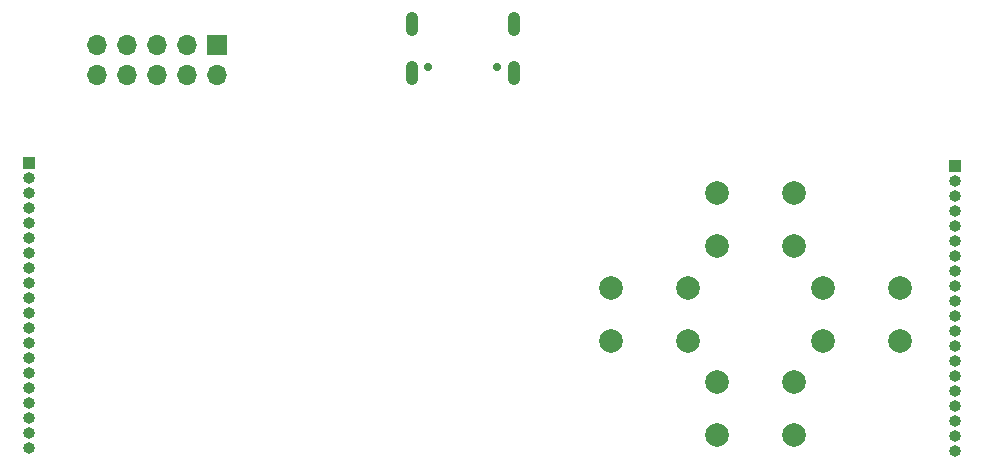
<source format=gbr>
%TF.GenerationSoftware,KiCad,Pcbnew,(6.0.7)*%
%TF.CreationDate,2022-08-26T02:15:04-07:00*%
%TF.ProjectId,mini_consolev2,6d696e69-5f63-46f6-9e73-6f6c6576322e,rev?*%
%TF.SameCoordinates,Original*%
%TF.FileFunction,Soldermask,Bot*%
%TF.FilePolarity,Negative*%
%FSLAX46Y46*%
G04 Gerber Fmt 4.6, Leading zero omitted, Abs format (unit mm)*
G04 Created by KiCad (PCBNEW (6.0.7)) date 2022-08-26 02:15:04*
%MOMM*%
%LPD*%
G01*
G04 APERTURE LIST*
%ADD10C,2.000000*%
%ADD11C,0.700000*%
%ADD12O,1.050000X2.100000*%
%ADD13R,1.700000X1.700000*%
%ADD14O,1.700000X1.700000*%
%ADD15R,1.000000X1.000000*%
%ADD16O,1.000000X1.000000*%
G04 APERTURE END LIST*
D10*
%TO.C,SW1*%
X193334000Y-77852000D03*
X186834000Y-77852000D03*
X186834000Y-82352000D03*
X193334000Y-82352000D03*
%TD*%
%TO.C,SW3*%
X193334000Y-93852000D03*
X186834000Y-93852000D03*
X193334000Y-98352000D03*
X186834000Y-98352000D03*
%TD*%
D11*
%TO.C,J4*%
X162390000Y-67166250D03*
X168170000Y-67166250D03*
D12*
X169600000Y-67696250D03*
X160960000Y-67696250D03*
X169600000Y-63516250D03*
X160960000Y-63516250D03*
%TD*%
D10*
%TO.C,SW4*%
X177834000Y-85852000D03*
X184334000Y-85852000D03*
X184334000Y-90352000D03*
X177834000Y-90352000D03*
%TD*%
D13*
%TO.C,J1*%
X144475000Y-65325000D03*
D14*
X144475000Y-67865000D03*
X141935000Y-65325000D03*
X141935000Y-67865000D03*
X139395000Y-65325000D03*
X139395000Y-67865000D03*
X136855000Y-65325000D03*
X136855000Y-67865000D03*
X134315000Y-65325000D03*
X134315000Y-67865000D03*
%TD*%
D15*
%TO.C,J3*%
X207010000Y-75555000D03*
D16*
X207010000Y-76825000D03*
X207010000Y-78095000D03*
X207010000Y-79365000D03*
X207010000Y-80635000D03*
X207010000Y-81905000D03*
X207010000Y-83175000D03*
X207010000Y-84445000D03*
X207010000Y-85715000D03*
X207010000Y-86985000D03*
X207010000Y-88255000D03*
X207010000Y-89525000D03*
X207010000Y-90795000D03*
X207010000Y-92065000D03*
X207010000Y-93335000D03*
X207010000Y-94605000D03*
X207010000Y-95875000D03*
X207010000Y-97145000D03*
X207010000Y-98415000D03*
X207010000Y-99685000D03*
%TD*%
D10*
%TO.C,SW2*%
X202334000Y-85852000D03*
X195834000Y-85852000D03*
X195834000Y-90352000D03*
X202334000Y-90352000D03*
%TD*%
D15*
%TO.C,J2*%
X128600000Y-75325000D03*
D16*
X128600000Y-76595000D03*
X128600000Y-77865000D03*
X128600000Y-79135000D03*
X128600000Y-80405000D03*
X128600000Y-81675000D03*
X128600000Y-82945000D03*
X128600000Y-84215000D03*
X128600000Y-85485000D03*
X128600000Y-86755000D03*
X128600000Y-88025000D03*
X128600000Y-89295000D03*
X128600000Y-90565000D03*
X128600000Y-91835000D03*
X128600000Y-93105000D03*
X128600000Y-94375000D03*
X128600000Y-95645000D03*
X128600000Y-96915000D03*
X128600000Y-98185000D03*
X128600000Y-99455000D03*
%TD*%
M02*

</source>
